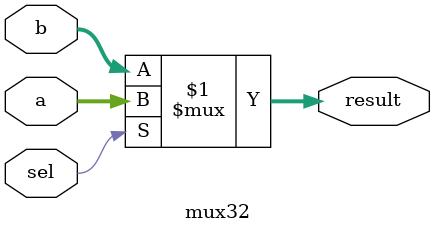
<source format=v>
module mux32(
	input wire [31:0] a,
	input wire [31:0] b,
	input wire sel,
	output wire [31:0] result
);

assign result = sel ? a : b;

endmodule
</source>
